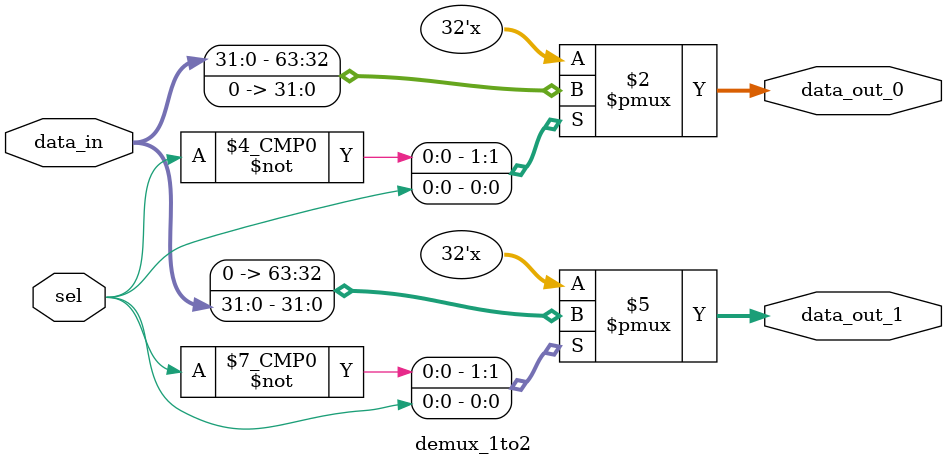
<source format=v>
module demux_1to2 (
    input [31:0] data_in,
    input sel,
    output reg [31:0] data_out_0,
    output reg [31:0] data_out_1
);

    always @(*) begin
        // Default all outputs to 0
        data_out_0 = 32'b0;
        data_out_1 = 32'b0;

        // Route data_in to the selected output
        case (sel)
            1'b0: data_out_0 = data_in;
            1'b1: data_out_1 = data_in;
            default: ; // Do nothing
        endcase
    end

endmodule

</source>
